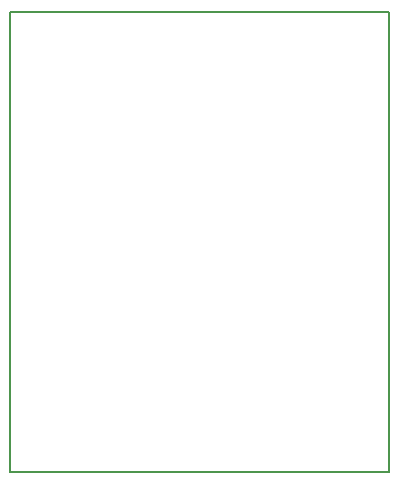
<source format=gbr>
G04 #@! TF.FileFunction,Profile,NP*
%FSLAX46Y46*%
G04 Gerber Fmt 4.6, Leading zero omitted, Abs format (unit mm)*
G04 Created by KiCad (PCBNEW 4.0.7) date 11/26/17 09:03:08*
%MOMM*%
%LPD*%
G01*
G04 APERTURE LIST*
%ADD10C,0.100000*%
%ADD11C,0.150000*%
G04 APERTURE END LIST*
D10*
D11*
X149479000Y-142811500D02*
X149479000Y-142367000D01*
X181546500Y-142811500D02*
X149479000Y-142811500D01*
X181546500Y-142367000D02*
X181546500Y-142811500D01*
X149479000Y-103886000D02*
X149479000Y-104457500D01*
X181546500Y-103886000D02*
X149479000Y-103886000D01*
X181546500Y-105219500D02*
X181546500Y-103886000D01*
X181546500Y-105600500D02*
X181546500Y-105219500D01*
X181546500Y-142367000D02*
X181546500Y-105600500D01*
X149479000Y-104457500D02*
X149479000Y-142367000D01*
M02*

</source>
